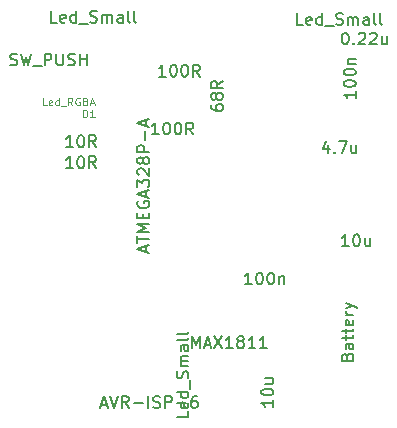
<source format=gbr>
G04 #@! TF.FileFunction,Other,Fab,Top*
%FSLAX46Y46*%
G04 Gerber Fmt 4.6, Leading zero omitted, Abs format (unit mm)*
G04 Created by KiCad (PCBNEW 4.0.1-stable) date Monday, February 15, 2016 'PMt' 09:43:10 PM*
%MOMM*%
G01*
G04 APERTURE LIST*
%ADD10C,0.100000*%
%ADD11C,0.150000*%
G04 APERTURE END LIST*
D10*
D11*
X137406071Y-98273929D02*
X137453690Y-98131072D01*
X137501310Y-98083453D01*
X137596548Y-98035834D01*
X137739405Y-98035834D01*
X137834643Y-98083453D01*
X137882262Y-98131072D01*
X137929881Y-98226310D01*
X137929881Y-98607263D01*
X136929881Y-98607263D01*
X136929881Y-98273929D01*
X136977500Y-98178691D01*
X137025119Y-98131072D01*
X137120357Y-98083453D01*
X137215595Y-98083453D01*
X137310833Y-98131072D01*
X137358452Y-98178691D01*
X137406071Y-98273929D01*
X137406071Y-98607263D01*
X137929881Y-97178691D02*
X137406071Y-97178691D01*
X137310833Y-97226310D01*
X137263214Y-97321548D01*
X137263214Y-97512025D01*
X137310833Y-97607263D01*
X137882262Y-97178691D02*
X137929881Y-97273929D01*
X137929881Y-97512025D01*
X137882262Y-97607263D01*
X137787024Y-97654882D01*
X137691786Y-97654882D01*
X137596548Y-97607263D01*
X137548929Y-97512025D01*
X137548929Y-97273929D01*
X137501310Y-97178691D01*
X137263214Y-96845358D02*
X137263214Y-96464406D01*
X136929881Y-96702501D02*
X137787024Y-96702501D01*
X137882262Y-96654882D01*
X137929881Y-96559644D01*
X137929881Y-96464406D01*
X137263214Y-96273929D02*
X137263214Y-95892977D01*
X136929881Y-96131072D02*
X137787024Y-96131072D01*
X137882262Y-96083453D01*
X137929881Y-95988215D01*
X137929881Y-95892977D01*
X137882262Y-95178690D02*
X137929881Y-95273928D01*
X137929881Y-95464405D01*
X137882262Y-95559643D01*
X137787024Y-95607262D01*
X137406071Y-95607262D01*
X137310833Y-95559643D01*
X137263214Y-95464405D01*
X137263214Y-95273928D01*
X137310833Y-95178690D01*
X137406071Y-95131071D01*
X137501310Y-95131071D01*
X137596548Y-95607262D01*
X137929881Y-94702500D02*
X137263214Y-94702500D01*
X137453690Y-94702500D02*
X137358452Y-94654881D01*
X137310833Y-94607262D01*
X137263214Y-94512024D01*
X137263214Y-94416785D01*
X137263214Y-94178690D02*
X137929881Y-93940595D01*
X137263214Y-93702499D02*
X137929881Y-93940595D01*
X138167976Y-94035833D01*
X138215595Y-94083452D01*
X138263214Y-94178690D01*
X124238143Y-97543881D02*
X124238143Y-96543881D01*
X124571477Y-97258167D01*
X124904810Y-96543881D01*
X124904810Y-97543881D01*
X125333381Y-97258167D02*
X125809572Y-97258167D01*
X125238143Y-97543881D02*
X125571476Y-96543881D01*
X125904810Y-97543881D01*
X126142905Y-96543881D02*
X126809572Y-97543881D01*
X126809572Y-96543881D02*
X126142905Y-97543881D01*
X127714334Y-97543881D02*
X127142905Y-97543881D01*
X127428619Y-97543881D02*
X127428619Y-96543881D01*
X127333381Y-96686738D01*
X127238143Y-96781976D01*
X127142905Y-96829595D01*
X128285762Y-96972452D02*
X128190524Y-96924833D01*
X128142905Y-96877214D01*
X128095286Y-96781976D01*
X128095286Y-96734357D01*
X128142905Y-96639119D01*
X128190524Y-96591500D01*
X128285762Y-96543881D01*
X128476239Y-96543881D01*
X128571477Y-96591500D01*
X128619096Y-96639119D01*
X128666715Y-96734357D01*
X128666715Y-96781976D01*
X128619096Y-96877214D01*
X128571477Y-96924833D01*
X128476239Y-96972452D01*
X128285762Y-96972452D01*
X128190524Y-97020071D01*
X128142905Y-97067690D01*
X128095286Y-97162929D01*
X128095286Y-97353405D01*
X128142905Y-97448643D01*
X128190524Y-97496262D01*
X128285762Y-97543881D01*
X128476239Y-97543881D01*
X128571477Y-97496262D01*
X128619096Y-97448643D01*
X128666715Y-97353405D01*
X128666715Y-97162929D01*
X128619096Y-97067690D01*
X128571477Y-97020071D01*
X128476239Y-96972452D01*
X129619096Y-97543881D02*
X129047667Y-97543881D01*
X129333381Y-97543881D02*
X129333381Y-96543881D01*
X129238143Y-96686738D01*
X129142905Y-96781976D01*
X129047667Y-96829595D01*
X130571477Y-97543881D02*
X130000048Y-97543881D01*
X130285762Y-97543881D02*
X130285762Y-96543881D01*
X130190524Y-96686738D01*
X130095286Y-96781976D01*
X130000048Y-96829595D01*
X120354667Y-89367619D02*
X120354667Y-88891428D01*
X120640381Y-89462857D02*
X119640381Y-89129524D01*
X120640381Y-88796190D01*
X119640381Y-88605714D02*
X119640381Y-88034285D01*
X120640381Y-88320000D02*
X119640381Y-88320000D01*
X120640381Y-87700952D02*
X119640381Y-87700952D01*
X120354667Y-87367618D01*
X119640381Y-87034285D01*
X120640381Y-87034285D01*
X120116571Y-86558095D02*
X120116571Y-86224761D01*
X120640381Y-86081904D02*
X120640381Y-86558095D01*
X119640381Y-86558095D01*
X119640381Y-86081904D01*
X119688000Y-85129523D02*
X119640381Y-85224761D01*
X119640381Y-85367618D01*
X119688000Y-85510476D01*
X119783238Y-85605714D01*
X119878476Y-85653333D01*
X120068952Y-85700952D01*
X120211810Y-85700952D01*
X120402286Y-85653333D01*
X120497524Y-85605714D01*
X120592762Y-85510476D01*
X120640381Y-85367618D01*
X120640381Y-85272380D01*
X120592762Y-85129523D01*
X120545143Y-85081904D01*
X120211810Y-85081904D01*
X120211810Y-85272380D01*
X120354667Y-84700952D02*
X120354667Y-84224761D01*
X120640381Y-84796190D02*
X119640381Y-84462857D01*
X120640381Y-84129523D01*
X119640381Y-83891428D02*
X119640381Y-83272380D01*
X120021333Y-83605714D01*
X120021333Y-83462856D01*
X120068952Y-83367618D01*
X120116571Y-83319999D01*
X120211810Y-83272380D01*
X120449905Y-83272380D01*
X120545143Y-83319999D01*
X120592762Y-83367618D01*
X120640381Y-83462856D01*
X120640381Y-83748571D01*
X120592762Y-83843809D01*
X120545143Y-83891428D01*
X119735619Y-82891428D02*
X119688000Y-82843809D01*
X119640381Y-82748571D01*
X119640381Y-82510475D01*
X119688000Y-82415237D01*
X119735619Y-82367618D01*
X119830857Y-82319999D01*
X119926095Y-82319999D01*
X120068952Y-82367618D01*
X120640381Y-82939047D01*
X120640381Y-82319999D01*
X120068952Y-81748571D02*
X120021333Y-81843809D01*
X119973714Y-81891428D01*
X119878476Y-81939047D01*
X119830857Y-81939047D01*
X119735619Y-81891428D01*
X119688000Y-81843809D01*
X119640381Y-81748571D01*
X119640381Y-81558094D01*
X119688000Y-81462856D01*
X119735619Y-81415237D01*
X119830857Y-81367618D01*
X119878476Y-81367618D01*
X119973714Y-81415237D01*
X120021333Y-81462856D01*
X120068952Y-81558094D01*
X120068952Y-81748571D01*
X120116571Y-81843809D01*
X120164190Y-81891428D01*
X120259429Y-81939047D01*
X120449905Y-81939047D01*
X120545143Y-81891428D01*
X120592762Y-81843809D01*
X120640381Y-81748571D01*
X120640381Y-81558094D01*
X120592762Y-81462856D01*
X120545143Y-81415237D01*
X120449905Y-81367618D01*
X120259429Y-81367618D01*
X120164190Y-81415237D01*
X120116571Y-81462856D01*
X120068952Y-81558094D01*
X120640381Y-80939047D02*
X119640381Y-80939047D01*
X119640381Y-80558094D01*
X119688000Y-80462856D01*
X119735619Y-80415237D01*
X119830857Y-80367618D01*
X119973714Y-80367618D01*
X120068952Y-80415237D01*
X120116571Y-80462856D01*
X120164190Y-80558094D01*
X120164190Y-80939047D01*
X120259429Y-79939047D02*
X120259429Y-79177142D01*
X120354667Y-78748571D02*
X120354667Y-78272380D01*
X120640381Y-78843809D02*
X119640381Y-78510476D01*
X120640381Y-78177142D01*
X122023334Y-74556881D02*
X121451905Y-74556881D01*
X121737619Y-74556881D02*
X121737619Y-73556881D01*
X121642381Y-73699738D01*
X121547143Y-73794976D01*
X121451905Y-73842595D01*
X122642381Y-73556881D02*
X122737620Y-73556881D01*
X122832858Y-73604500D01*
X122880477Y-73652119D01*
X122928096Y-73747357D01*
X122975715Y-73937833D01*
X122975715Y-74175929D01*
X122928096Y-74366405D01*
X122880477Y-74461643D01*
X122832858Y-74509262D01*
X122737620Y-74556881D01*
X122642381Y-74556881D01*
X122547143Y-74509262D01*
X122499524Y-74461643D01*
X122451905Y-74366405D01*
X122404286Y-74175929D01*
X122404286Y-73937833D01*
X122451905Y-73747357D01*
X122499524Y-73652119D01*
X122547143Y-73604500D01*
X122642381Y-73556881D01*
X123594762Y-73556881D02*
X123690001Y-73556881D01*
X123785239Y-73604500D01*
X123832858Y-73652119D01*
X123880477Y-73747357D01*
X123928096Y-73937833D01*
X123928096Y-74175929D01*
X123880477Y-74366405D01*
X123832858Y-74461643D01*
X123785239Y-74509262D01*
X123690001Y-74556881D01*
X123594762Y-74556881D01*
X123499524Y-74509262D01*
X123451905Y-74461643D01*
X123404286Y-74366405D01*
X123356667Y-74175929D01*
X123356667Y-73937833D01*
X123404286Y-73747357D01*
X123451905Y-73652119D01*
X123499524Y-73604500D01*
X123594762Y-73556881D01*
X124928096Y-74556881D02*
X124594762Y-74080690D01*
X124356667Y-74556881D02*
X124356667Y-73556881D01*
X124737620Y-73556881D01*
X124832858Y-73604500D01*
X124880477Y-73652119D01*
X124928096Y-73747357D01*
X124928096Y-73890214D01*
X124880477Y-73985452D01*
X124832858Y-74033071D01*
X124737620Y-74080690D01*
X124356667Y-74080690D01*
X121451834Y-79446381D02*
X120880405Y-79446381D01*
X121166119Y-79446381D02*
X121166119Y-78446381D01*
X121070881Y-78589238D01*
X120975643Y-78684476D01*
X120880405Y-78732095D01*
X122070881Y-78446381D02*
X122166120Y-78446381D01*
X122261358Y-78494000D01*
X122308977Y-78541619D01*
X122356596Y-78636857D01*
X122404215Y-78827333D01*
X122404215Y-79065429D01*
X122356596Y-79255905D01*
X122308977Y-79351143D01*
X122261358Y-79398762D01*
X122166120Y-79446381D01*
X122070881Y-79446381D01*
X121975643Y-79398762D01*
X121928024Y-79351143D01*
X121880405Y-79255905D01*
X121832786Y-79065429D01*
X121832786Y-78827333D01*
X121880405Y-78636857D01*
X121928024Y-78541619D01*
X121975643Y-78494000D01*
X122070881Y-78446381D01*
X123023262Y-78446381D02*
X123118501Y-78446381D01*
X123213739Y-78494000D01*
X123261358Y-78541619D01*
X123308977Y-78636857D01*
X123356596Y-78827333D01*
X123356596Y-79065429D01*
X123308977Y-79255905D01*
X123261358Y-79351143D01*
X123213739Y-79398762D01*
X123118501Y-79446381D01*
X123023262Y-79446381D01*
X122928024Y-79398762D01*
X122880405Y-79351143D01*
X122832786Y-79255905D01*
X122785167Y-79065429D01*
X122785167Y-78827333D01*
X122832786Y-78636857D01*
X122880405Y-78541619D01*
X122928024Y-78494000D01*
X123023262Y-78446381D01*
X124356596Y-79446381D02*
X124023262Y-78970190D01*
X123785167Y-79446381D02*
X123785167Y-78446381D01*
X124166120Y-78446381D01*
X124261358Y-78494000D01*
X124308977Y-78541619D01*
X124356596Y-78636857D01*
X124356596Y-78779714D01*
X124308977Y-78874952D01*
X124261358Y-78922571D01*
X124166120Y-78970190D01*
X123785167Y-78970190D01*
X108879095Y-73556762D02*
X109021952Y-73604381D01*
X109260048Y-73604381D01*
X109355286Y-73556762D01*
X109402905Y-73509143D01*
X109450524Y-73413905D01*
X109450524Y-73318667D01*
X109402905Y-73223429D01*
X109355286Y-73175810D01*
X109260048Y-73128190D01*
X109069571Y-73080571D01*
X108974333Y-73032952D01*
X108926714Y-72985333D01*
X108879095Y-72890095D01*
X108879095Y-72794857D01*
X108926714Y-72699619D01*
X108974333Y-72652000D01*
X109069571Y-72604381D01*
X109307667Y-72604381D01*
X109450524Y-72652000D01*
X109783857Y-72604381D02*
X110021952Y-73604381D01*
X110212429Y-72890095D01*
X110402905Y-73604381D01*
X110641000Y-72604381D01*
X110783857Y-73699619D02*
X111545762Y-73699619D01*
X111783857Y-73604381D02*
X111783857Y-72604381D01*
X112164810Y-72604381D01*
X112260048Y-72652000D01*
X112307667Y-72699619D01*
X112355286Y-72794857D01*
X112355286Y-72937714D01*
X112307667Y-73032952D01*
X112260048Y-73080571D01*
X112164810Y-73128190D01*
X111783857Y-73128190D01*
X112783857Y-72604381D02*
X112783857Y-73413905D01*
X112831476Y-73509143D01*
X112879095Y-73556762D01*
X112974333Y-73604381D01*
X113164810Y-73604381D01*
X113260048Y-73556762D01*
X113307667Y-73509143D01*
X113355286Y-73413905D01*
X113355286Y-72604381D01*
X113783857Y-73556762D02*
X113926714Y-73604381D01*
X114164810Y-73604381D01*
X114260048Y-73556762D01*
X114307667Y-73509143D01*
X114355286Y-73413905D01*
X114355286Y-73318667D01*
X114307667Y-73223429D01*
X114260048Y-73175810D01*
X114164810Y-73128190D01*
X113974333Y-73080571D01*
X113879095Y-73032952D01*
X113831476Y-72985333D01*
X113783857Y-72890095D01*
X113783857Y-72794857D01*
X113831476Y-72699619D01*
X113879095Y-72652000D01*
X113974333Y-72604381D01*
X114212429Y-72604381D01*
X114355286Y-72652000D01*
X114783857Y-73604381D02*
X114783857Y-72604381D01*
X114783857Y-73080571D02*
X115355286Y-73080571D01*
X115355286Y-73604381D02*
X115355286Y-72604381D01*
D10*
X115037809Y-78011262D02*
X115037809Y-77376262D01*
X115189000Y-77376262D01*
X115279714Y-77406500D01*
X115340190Y-77466976D01*
X115370429Y-77527452D01*
X115400667Y-77648405D01*
X115400667Y-77739119D01*
X115370429Y-77860071D01*
X115340190Y-77920548D01*
X115279714Y-77981024D01*
X115189000Y-78011262D01*
X115037809Y-78011262D01*
X116005429Y-78011262D02*
X115642571Y-78011262D01*
X115824000Y-78011262D02*
X115824000Y-77376262D01*
X115763524Y-77466976D01*
X115703048Y-77527452D01*
X115642571Y-77557690D01*
X111962594Y-76995262D02*
X111660213Y-76995262D01*
X111660213Y-76360262D01*
X112416166Y-76965024D02*
X112355690Y-76995262D01*
X112234738Y-76995262D01*
X112174261Y-76965024D01*
X112144023Y-76904548D01*
X112144023Y-76662643D01*
X112174261Y-76602167D01*
X112234738Y-76571929D01*
X112355690Y-76571929D01*
X112416166Y-76602167D01*
X112446404Y-76662643D01*
X112446404Y-76723119D01*
X112144023Y-76783595D01*
X112990690Y-76995262D02*
X112990690Y-76360262D01*
X112990690Y-76965024D02*
X112930214Y-76995262D01*
X112809262Y-76995262D01*
X112748786Y-76965024D01*
X112718547Y-76934786D01*
X112688309Y-76874310D01*
X112688309Y-76692881D01*
X112718547Y-76632405D01*
X112748786Y-76602167D01*
X112809262Y-76571929D01*
X112930214Y-76571929D01*
X112990690Y-76602167D01*
X113141881Y-77055738D02*
X113625691Y-77055738D01*
X114139739Y-76995262D02*
X113928072Y-76692881D01*
X113776881Y-76995262D02*
X113776881Y-76360262D01*
X114018786Y-76360262D01*
X114079262Y-76390500D01*
X114109501Y-76420738D01*
X114139739Y-76481214D01*
X114139739Y-76571929D01*
X114109501Y-76632405D01*
X114079262Y-76662643D01*
X114018786Y-76692881D01*
X113776881Y-76692881D01*
X114744501Y-76390500D02*
X114684024Y-76360262D01*
X114593310Y-76360262D01*
X114502596Y-76390500D01*
X114442120Y-76450976D01*
X114411881Y-76511452D01*
X114381643Y-76632405D01*
X114381643Y-76723119D01*
X114411881Y-76844071D01*
X114442120Y-76904548D01*
X114502596Y-76965024D01*
X114593310Y-76995262D01*
X114653786Y-76995262D01*
X114744501Y-76965024D01*
X114774739Y-76934786D01*
X114774739Y-76723119D01*
X114653786Y-76723119D01*
X115258548Y-76662643D02*
X115349262Y-76692881D01*
X115379501Y-76723119D01*
X115409739Y-76783595D01*
X115409739Y-76874310D01*
X115379501Y-76934786D01*
X115349262Y-76965024D01*
X115288786Y-76995262D01*
X115046881Y-76995262D01*
X115046881Y-76360262D01*
X115258548Y-76360262D01*
X115319024Y-76390500D01*
X115349262Y-76420738D01*
X115379501Y-76481214D01*
X115379501Y-76541690D01*
X115349262Y-76602167D01*
X115319024Y-76632405D01*
X115258548Y-76662643D01*
X115046881Y-76662643D01*
X115651643Y-76813833D02*
X115954024Y-76813833D01*
X115591167Y-76995262D02*
X115802834Y-76360262D01*
X116014501Y-76995262D01*
D11*
X125880881Y-76985714D02*
X125880881Y-77176191D01*
X125928500Y-77271429D01*
X125976119Y-77319048D01*
X126118976Y-77414286D01*
X126309452Y-77461905D01*
X126690405Y-77461905D01*
X126785643Y-77414286D01*
X126833262Y-77366667D01*
X126880881Y-77271429D01*
X126880881Y-77080952D01*
X126833262Y-76985714D01*
X126785643Y-76938095D01*
X126690405Y-76890476D01*
X126452310Y-76890476D01*
X126357071Y-76938095D01*
X126309452Y-76985714D01*
X126261833Y-77080952D01*
X126261833Y-77271429D01*
X126309452Y-77366667D01*
X126357071Y-77414286D01*
X126452310Y-77461905D01*
X126309452Y-76319048D02*
X126261833Y-76414286D01*
X126214214Y-76461905D01*
X126118976Y-76509524D01*
X126071357Y-76509524D01*
X125976119Y-76461905D01*
X125928500Y-76414286D01*
X125880881Y-76319048D01*
X125880881Y-76128571D01*
X125928500Y-76033333D01*
X125976119Y-75985714D01*
X126071357Y-75938095D01*
X126118976Y-75938095D01*
X126214214Y-75985714D01*
X126261833Y-76033333D01*
X126309452Y-76128571D01*
X126309452Y-76319048D01*
X126357071Y-76414286D01*
X126404690Y-76461905D01*
X126499929Y-76509524D01*
X126690405Y-76509524D01*
X126785643Y-76461905D01*
X126833262Y-76414286D01*
X126880881Y-76319048D01*
X126880881Y-76128571D01*
X126833262Y-76033333D01*
X126785643Y-75985714D01*
X126690405Y-75938095D01*
X126499929Y-75938095D01*
X126404690Y-75985714D01*
X126357071Y-76033333D01*
X126309452Y-76128571D01*
X126880881Y-74938095D02*
X126404690Y-75271429D01*
X126880881Y-75509524D02*
X125880881Y-75509524D01*
X125880881Y-75128571D01*
X125928500Y-75033333D01*
X125976119Y-74985714D01*
X126071357Y-74938095D01*
X126214214Y-74938095D01*
X126309452Y-74985714D01*
X126357071Y-75033333D01*
X126404690Y-75128571D01*
X126404690Y-75509524D01*
X114181024Y-80525881D02*
X113609595Y-80525881D01*
X113895309Y-80525881D02*
X113895309Y-79525881D01*
X113800071Y-79668738D01*
X113704833Y-79763976D01*
X113609595Y-79811595D01*
X114800071Y-79525881D02*
X114895310Y-79525881D01*
X114990548Y-79573500D01*
X115038167Y-79621119D01*
X115085786Y-79716357D01*
X115133405Y-79906833D01*
X115133405Y-80144929D01*
X115085786Y-80335405D01*
X115038167Y-80430643D01*
X114990548Y-80478262D01*
X114895310Y-80525881D01*
X114800071Y-80525881D01*
X114704833Y-80478262D01*
X114657214Y-80430643D01*
X114609595Y-80335405D01*
X114561976Y-80144929D01*
X114561976Y-79906833D01*
X114609595Y-79716357D01*
X114657214Y-79621119D01*
X114704833Y-79573500D01*
X114800071Y-79525881D01*
X116133405Y-80525881D02*
X115800071Y-80049690D01*
X115561976Y-80525881D02*
X115561976Y-79525881D01*
X115942929Y-79525881D01*
X116038167Y-79573500D01*
X116085786Y-79621119D01*
X116133405Y-79716357D01*
X116133405Y-79859214D01*
X116085786Y-79954452D01*
X116038167Y-80002071D01*
X115942929Y-80049690D01*
X115561976Y-80049690D01*
X114181024Y-82303881D02*
X113609595Y-82303881D01*
X113895309Y-82303881D02*
X113895309Y-81303881D01*
X113800071Y-81446738D01*
X113704833Y-81541976D01*
X113609595Y-81589595D01*
X114800071Y-81303881D02*
X114895310Y-81303881D01*
X114990548Y-81351500D01*
X115038167Y-81399119D01*
X115085786Y-81494357D01*
X115133405Y-81684833D01*
X115133405Y-81922929D01*
X115085786Y-82113405D01*
X115038167Y-82208643D01*
X114990548Y-82256262D01*
X114895310Y-82303881D01*
X114800071Y-82303881D01*
X114704833Y-82256262D01*
X114657214Y-82208643D01*
X114609595Y-82113405D01*
X114561976Y-81922929D01*
X114561976Y-81684833D01*
X114609595Y-81494357D01*
X114657214Y-81399119D01*
X114704833Y-81351500D01*
X114800071Y-81303881D01*
X116133405Y-82303881D02*
X115800071Y-81827690D01*
X115561976Y-82303881D02*
X115561976Y-81303881D01*
X115942929Y-81303881D01*
X116038167Y-81351500D01*
X116085786Y-81399119D01*
X116133405Y-81494357D01*
X116133405Y-81637214D01*
X116085786Y-81732452D01*
X116038167Y-81780071D01*
X115942929Y-81827690D01*
X115561976Y-81827690D01*
X123959881Y-102893429D02*
X123959881Y-103369620D01*
X122959881Y-103369620D01*
X123912262Y-102179143D02*
X123959881Y-102274381D01*
X123959881Y-102464858D01*
X123912262Y-102560096D01*
X123817024Y-102607715D01*
X123436071Y-102607715D01*
X123340833Y-102560096D01*
X123293214Y-102464858D01*
X123293214Y-102274381D01*
X123340833Y-102179143D01*
X123436071Y-102131524D01*
X123531310Y-102131524D01*
X123626548Y-102607715D01*
X123959881Y-101274381D02*
X122959881Y-101274381D01*
X123912262Y-101274381D02*
X123959881Y-101369619D01*
X123959881Y-101560096D01*
X123912262Y-101655334D01*
X123864643Y-101702953D01*
X123769405Y-101750572D01*
X123483690Y-101750572D01*
X123388452Y-101702953D01*
X123340833Y-101655334D01*
X123293214Y-101560096D01*
X123293214Y-101369619D01*
X123340833Y-101274381D01*
X124055119Y-101036286D02*
X124055119Y-100274381D01*
X123912262Y-100083905D02*
X123959881Y-99941048D01*
X123959881Y-99702952D01*
X123912262Y-99607714D01*
X123864643Y-99560095D01*
X123769405Y-99512476D01*
X123674167Y-99512476D01*
X123578929Y-99560095D01*
X123531310Y-99607714D01*
X123483690Y-99702952D01*
X123436071Y-99893429D01*
X123388452Y-99988667D01*
X123340833Y-100036286D01*
X123245595Y-100083905D01*
X123150357Y-100083905D01*
X123055119Y-100036286D01*
X123007500Y-99988667D01*
X122959881Y-99893429D01*
X122959881Y-99655333D01*
X123007500Y-99512476D01*
X123959881Y-99083905D02*
X123293214Y-99083905D01*
X123388452Y-99083905D02*
X123340833Y-99036286D01*
X123293214Y-98941048D01*
X123293214Y-98798190D01*
X123340833Y-98702952D01*
X123436071Y-98655333D01*
X123959881Y-98655333D01*
X123436071Y-98655333D02*
X123340833Y-98607714D01*
X123293214Y-98512476D01*
X123293214Y-98369619D01*
X123340833Y-98274381D01*
X123436071Y-98226762D01*
X123959881Y-98226762D01*
X123959881Y-97322000D02*
X123436071Y-97322000D01*
X123340833Y-97369619D01*
X123293214Y-97464857D01*
X123293214Y-97655334D01*
X123340833Y-97750572D01*
X123912262Y-97322000D02*
X123959881Y-97417238D01*
X123959881Y-97655334D01*
X123912262Y-97750572D01*
X123817024Y-97798191D01*
X123721786Y-97798191D01*
X123626548Y-97750572D01*
X123578929Y-97655334D01*
X123578929Y-97417238D01*
X123531310Y-97322000D01*
X123959881Y-96702953D02*
X123912262Y-96798191D01*
X123817024Y-96845810D01*
X122959881Y-96845810D01*
X123959881Y-96179143D02*
X123912262Y-96274381D01*
X123817024Y-96322000D01*
X122959881Y-96322000D01*
X116554762Y-102326667D02*
X117030953Y-102326667D01*
X116459524Y-102612381D02*
X116792857Y-101612381D01*
X117126191Y-102612381D01*
X117316667Y-101612381D02*
X117650000Y-102612381D01*
X117983334Y-101612381D01*
X118888096Y-102612381D02*
X118554762Y-102136190D01*
X118316667Y-102612381D02*
X118316667Y-101612381D01*
X118697620Y-101612381D01*
X118792858Y-101660000D01*
X118840477Y-101707619D01*
X118888096Y-101802857D01*
X118888096Y-101945714D01*
X118840477Y-102040952D01*
X118792858Y-102088571D01*
X118697620Y-102136190D01*
X118316667Y-102136190D01*
X119316667Y-102231429D02*
X120078572Y-102231429D01*
X120554762Y-102612381D02*
X120554762Y-101612381D01*
X120983333Y-102564762D02*
X121126190Y-102612381D01*
X121364286Y-102612381D01*
X121459524Y-102564762D01*
X121507143Y-102517143D01*
X121554762Y-102421905D01*
X121554762Y-102326667D01*
X121507143Y-102231429D01*
X121459524Y-102183810D01*
X121364286Y-102136190D01*
X121173809Y-102088571D01*
X121078571Y-102040952D01*
X121030952Y-101993333D01*
X120983333Y-101898095D01*
X120983333Y-101802857D01*
X121030952Y-101707619D01*
X121078571Y-101660000D01*
X121173809Y-101612381D01*
X121411905Y-101612381D01*
X121554762Y-101660000D01*
X121983333Y-102612381D02*
X121983333Y-101612381D01*
X122364286Y-101612381D01*
X122459524Y-101660000D01*
X122507143Y-101707619D01*
X122554762Y-101802857D01*
X122554762Y-101945714D01*
X122507143Y-102040952D01*
X122459524Y-102088571D01*
X122364286Y-102136190D01*
X121983333Y-102136190D01*
X122983333Y-102231429D02*
X123745238Y-102231429D01*
X124650000Y-101612381D02*
X124459523Y-101612381D01*
X124364285Y-101660000D01*
X124316666Y-101707619D01*
X124221428Y-101850476D01*
X124173809Y-102040952D01*
X124173809Y-102421905D01*
X124221428Y-102517143D01*
X124269047Y-102564762D01*
X124364285Y-102612381D01*
X124554762Y-102612381D01*
X124650000Y-102564762D01*
X124697619Y-102517143D01*
X124745238Y-102421905D01*
X124745238Y-102183810D01*
X124697619Y-102088571D01*
X124650000Y-102040952D01*
X124554762Y-101993333D01*
X124364285Y-101993333D01*
X124269047Y-102040952D01*
X124221428Y-102088571D01*
X124173809Y-102183810D01*
X137533143Y-88907881D02*
X136961714Y-88907881D01*
X137247428Y-88907881D02*
X137247428Y-87907881D01*
X137152190Y-88050738D01*
X137056952Y-88145976D01*
X136961714Y-88193595D01*
X138152190Y-87907881D02*
X138247429Y-87907881D01*
X138342667Y-87955500D01*
X138390286Y-88003119D01*
X138437905Y-88098357D01*
X138485524Y-88288833D01*
X138485524Y-88526929D01*
X138437905Y-88717405D01*
X138390286Y-88812643D01*
X138342667Y-88860262D01*
X138247429Y-88907881D01*
X138152190Y-88907881D01*
X138056952Y-88860262D01*
X138009333Y-88812643D01*
X137961714Y-88717405D01*
X137914095Y-88526929D01*
X137914095Y-88288833D01*
X137961714Y-88098357D01*
X138009333Y-88003119D01*
X138056952Y-87955500D01*
X138152190Y-87907881D01*
X139342667Y-88241214D02*
X139342667Y-88907881D01*
X138914095Y-88241214D02*
X138914095Y-88765024D01*
X138961714Y-88860262D01*
X139056952Y-88907881D01*
X139199810Y-88907881D01*
X139295048Y-88860262D01*
X139342667Y-88812643D01*
X129309953Y-92146381D02*
X128738524Y-92146381D01*
X129024238Y-92146381D02*
X129024238Y-91146381D01*
X128929000Y-91289238D01*
X128833762Y-91384476D01*
X128738524Y-91432095D01*
X129929000Y-91146381D02*
X130024239Y-91146381D01*
X130119477Y-91194000D01*
X130167096Y-91241619D01*
X130214715Y-91336857D01*
X130262334Y-91527333D01*
X130262334Y-91765429D01*
X130214715Y-91955905D01*
X130167096Y-92051143D01*
X130119477Y-92098762D01*
X130024239Y-92146381D01*
X129929000Y-92146381D01*
X129833762Y-92098762D01*
X129786143Y-92051143D01*
X129738524Y-91955905D01*
X129690905Y-91765429D01*
X129690905Y-91527333D01*
X129738524Y-91336857D01*
X129786143Y-91241619D01*
X129833762Y-91194000D01*
X129929000Y-91146381D01*
X130881381Y-91146381D02*
X130976620Y-91146381D01*
X131071858Y-91194000D01*
X131119477Y-91241619D01*
X131167096Y-91336857D01*
X131214715Y-91527333D01*
X131214715Y-91765429D01*
X131167096Y-91955905D01*
X131119477Y-92051143D01*
X131071858Y-92098762D01*
X130976620Y-92146381D01*
X130881381Y-92146381D01*
X130786143Y-92098762D01*
X130738524Y-92051143D01*
X130690905Y-91955905D01*
X130643286Y-91765429D01*
X130643286Y-91527333D01*
X130690905Y-91336857D01*
X130738524Y-91241619D01*
X130786143Y-91194000D01*
X130881381Y-91146381D01*
X131643286Y-91479714D02*
X131643286Y-92146381D01*
X131643286Y-91574952D02*
X131690905Y-91527333D01*
X131786143Y-91479714D01*
X131929001Y-91479714D01*
X132024239Y-91527333D01*
X132071858Y-91622571D01*
X132071858Y-92146381D01*
X135802810Y-80367214D02*
X135802810Y-81033881D01*
X135564714Y-79986262D02*
X135326619Y-80700548D01*
X135945667Y-80700548D01*
X136326619Y-80938643D02*
X136374238Y-80986262D01*
X136326619Y-81033881D01*
X136279000Y-80986262D01*
X136326619Y-80938643D01*
X136326619Y-81033881D01*
X136707571Y-80033881D02*
X137374238Y-80033881D01*
X136945666Y-81033881D01*
X138183762Y-80367214D02*
X138183762Y-81033881D01*
X137755190Y-80367214D02*
X137755190Y-80891024D01*
X137802809Y-80986262D01*
X137898047Y-81033881D01*
X138040905Y-81033881D01*
X138136143Y-80986262D01*
X138183762Y-80938643D01*
X137184024Y-70826381D02*
X137279263Y-70826381D01*
X137374501Y-70874000D01*
X137422120Y-70921619D01*
X137469739Y-71016857D01*
X137517358Y-71207333D01*
X137517358Y-71445429D01*
X137469739Y-71635905D01*
X137422120Y-71731143D01*
X137374501Y-71778762D01*
X137279263Y-71826381D01*
X137184024Y-71826381D01*
X137088786Y-71778762D01*
X137041167Y-71731143D01*
X136993548Y-71635905D01*
X136945929Y-71445429D01*
X136945929Y-71207333D01*
X136993548Y-71016857D01*
X137041167Y-70921619D01*
X137088786Y-70874000D01*
X137184024Y-70826381D01*
X137945929Y-71731143D02*
X137993548Y-71778762D01*
X137945929Y-71826381D01*
X137898310Y-71778762D01*
X137945929Y-71731143D01*
X137945929Y-71826381D01*
X138374500Y-70921619D02*
X138422119Y-70874000D01*
X138517357Y-70826381D01*
X138755453Y-70826381D01*
X138850691Y-70874000D01*
X138898310Y-70921619D01*
X138945929Y-71016857D01*
X138945929Y-71112095D01*
X138898310Y-71254952D01*
X138326881Y-71826381D01*
X138945929Y-71826381D01*
X139326881Y-70921619D02*
X139374500Y-70874000D01*
X139469738Y-70826381D01*
X139707834Y-70826381D01*
X139803072Y-70874000D01*
X139850691Y-70921619D01*
X139898310Y-71016857D01*
X139898310Y-71112095D01*
X139850691Y-71254952D01*
X139279262Y-71826381D01*
X139898310Y-71826381D01*
X140755453Y-71159714D02*
X140755453Y-71826381D01*
X140326881Y-71159714D02*
X140326881Y-71683524D01*
X140374500Y-71778762D01*
X140469738Y-71826381D01*
X140612596Y-71826381D01*
X140707834Y-71778762D01*
X140755453Y-71731143D01*
X138120381Y-75795047D02*
X138120381Y-76366476D01*
X138120381Y-76080762D02*
X137120381Y-76080762D01*
X137263238Y-76176000D01*
X137358476Y-76271238D01*
X137406095Y-76366476D01*
X137120381Y-75176000D02*
X137120381Y-75080761D01*
X137168000Y-74985523D01*
X137215619Y-74937904D01*
X137310857Y-74890285D01*
X137501333Y-74842666D01*
X137739429Y-74842666D01*
X137929905Y-74890285D01*
X138025143Y-74937904D01*
X138072762Y-74985523D01*
X138120381Y-75080761D01*
X138120381Y-75176000D01*
X138072762Y-75271238D01*
X138025143Y-75318857D01*
X137929905Y-75366476D01*
X137739429Y-75414095D01*
X137501333Y-75414095D01*
X137310857Y-75366476D01*
X137215619Y-75318857D01*
X137168000Y-75271238D01*
X137120381Y-75176000D01*
X137120381Y-74223619D02*
X137120381Y-74128380D01*
X137168000Y-74033142D01*
X137215619Y-73985523D01*
X137310857Y-73937904D01*
X137501333Y-73890285D01*
X137739429Y-73890285D01*
X137929905Y-73937904D01*
X138025143Y-73985523D01*
X138072762Y-74033142D01*
X138120381Y-74128380D01*
X138120381Y-74223619D01*
X138072762Y-74318857D01*
X138025143Y-74366476D01*
X137929905Y-74414095D01*
X137739429Y-74461714D01*
X137501333Y-74461714D01*
X137310857Y-74414095D01*
X137215619Y-74366476D01*
X137168000Y-74318857D01*
X137120381Y-74223619D01*
X137453714Y-73461714D02*
X138120381Y-73461714D01*
X137548952Y-73461714D02*
X137501333Y-73414095D01*
X137453714Y-73318857D01*
X137453714Y-73175999D01*
X137501333Y-73080761D01*
X137596571Y-73033142D01*
X138120381Y-73033142D01*
X131135381Y-101925357D02*
X131135381Y-102496786D01*
X131135381Y-102211072D02*
X130135381Y-102211072D01*
X130278238Y-102306310D01*
X130373476Y-102401548D01*
X130421095Y-102496786D01*
X130135381Y-101306310D02*
X130135381Y-101211071D01*
X130183000Y-101115833D01*
X130230619Y-101068214D01*
X130325857Y-101020595D01*
X130516333Y-100972976D01*
X130754429Y-100972976D01*
X130944905Y-101020595D01*
X131040143Y-101068214D01*
X131087762Y-101115833D01*
X131135381Y-101211071D01*
X131135381Y-101306310D01*
X131087762Y-101401548D01*
X131040143Y-101449167D01*
X130944905Y-101496786D01*
X130754429Y-101544405D01*
X130516333Y-101544405D01*
X130325857Y-101496786D01*
X130230619Y-101449167D01*
X130183000Y-101401548D01*
X130135381Y-101306310D01*
X130468714Y-100115833D02*
X131135381Y-100115833D01*
X130468714Y-100544405D02*
X130992524Y-100544405D01*
X131087762Y-100496786D01*
X131135381Y-100401548D01*
X131135381Y-100258690D01*
X131087762Y-100163452D01*
X131040143Y-100115833D01*
X112816071Y-69984881D02*
X112339880Y-69984881D01*
X112339880Y-68984881D01*
X113530357Y-69937262D02*
X113435119Y-69984881D01*
X113244642Y-69984881D01*
X113149404Y-69937262D01*
X113101785Y-69842024D01*
X113101785Y-69461071D01*
X113149404Y-69365833D01*
X113244642Y-69318214D01*
X113435119Y-69318214D01*
X113530357Y-69365833D01*
X113577976Y-69461071D01*
X113577976Y-69556310D01*
X113101785Y-69651548D01*
X114435119Y-69984881D02*
X114435119Y-68984881D01*
X114435119Y-69937262D02*
X114339881Y-69984881D01*
X114149404Y-69984881D01*
X114054166Y-69937262D01*
X114006547Y-69889643D01*
X113958928Y-69794405D01*
X113958928Y-69508690D01*
X114006547Y-69413452D01*
X114054166Y-69365833D01*
X114149404Y-69318214D01*
X114339881Y-69318214D01*
X114435119Y-69365833D01*
X114673214Y-70080119D02*
X115435119Y-70080119D01*
X115625595Y-69937262D02*
X115768452Y-69984881D01*
X116006548Y-69984881D01*
X116101786Y-69937262D01*
X116149405Y-69889643D01*
X116197024Y-69794405D01*
X116197024Y-69699167D01*
X116149405Y-69603929D01*
X116101786Y-69556310D01*
X116006548Y-69508690D01*
X115816071Y-69461071D01*
X115720833Y-69413452D01*
X115673214Y-69365833D01*
X115625595Y-69270595D01*
X115625595Y-69175357D01*
X115673214Y-69080119D01*
X115720833Y-69032500D01*
X115816071Y-68984881D01*
X116054167Y-68984881D01*
X116197024Y-69032500D01*
X116625595Y-69984881D02*
X116625595Y-69318214D01*
X116625595Y-69413452D02*
X116673214Y-69365833D01*
X116768452Y-69318214D01*
X116911310Y-69318214D01*
X117006548Y-69365833D01*
X117054167Y-69461071D01*
X117054167Y-69984881D01*
X117054167Y-69461071D02*
X117101786Y-69365833D01*
X117197024Y-69318214D01*
X117339881Y-69318214D01*
X117435119Y-69365833D01*
X117482738Y-69461071D01*
X117482738Y-69984881D01*
X118387500Y-69984881D02*
X118387500Y-69461071D01*
X118339881Y-69365833D01*
X118244643Y-69318214D01*
X118054166Y-69318214D01*
X117958928Y-69365833D01*
X118387500Y-69937262D02*
X118292262Y-69984881D01*
X118054166Y-69984881D01*
X117958928Y-69937262D01*
X117911309Y-69842024D01*
X117911309Y-69746786D01*
X117958928Y-69651548D01*
X118054166Y-69603929D01*
X118292262Y-69603929D01*
X118387500Y-69556310D01*
X119006547Y-69984881D02*
X118911309Y-69937262D01*
X118863690Y-69842024D01*
X118863690Y-68984881D01*
X119530357Y-69984881D02*
X119435119Y-69937262D01*
X119387500Y-69842024D01*
X119387500Y-68984881D01*
X133644071Y-70175381D02*
X133167880Y-70175381D01*
X133167880Y-69175381D01*
X134358357Y-70127762D02*
X134263119Y-70175381D01*
X134072642Y-70175381D01*
X133977404Y-70127762D01*
X133929785Y-70032524D01*
X133929785Y-69651571D01*
X133977404Y-69556333D01*
X134072642Y-69508714D01*
X134263119Y-69508714D01*
X134358357Y-69556333D01*
X134405976Y-69651571D01*
X134405976Y-69746810D01*
X133929785Y-69842048D01*
X135263119Y-70175381D02*
X135263119Y-69175381D01*
X135263119Y-70127762D02*
X135167881Y-70175381D01*
X134977404Y-70175381D01*
X134882166Y-70127762D01*
X134834547Y-70080143D01*
X134786928Y-69984905D01*
X134786928Y-69699190D01*
X134834547Y-69603952D01*
X134882166Y-69556333D01*
X134977404Y-69508714D01*
X135167881Y-69508714D01*
X135263119Y-69556333D01*
X135501214Y-70270619D02*
X136263119Y-70270619D01*
X136453595Y-70127762D02*
X136596452Y-70175381D01*
X136834548Y-70175381D01*
X136929786Y-70127762D01*
X136977405Y-70080143D01*
X137025024Y-69984905D01*
X137025024Y-69889667D01*
X136977405Y-69794429D01*
X136929786Y-69746810D01*
X136834548Y-69699190D01*
X136644071Y-69651571D01*
X136548833Y-69603952D01*
X136501214Y-69556333D01*
X136453595Y-69461095D01*
X136453595Y-69365857D01*
X136501214Y-69270619D01*
X136548833Y-69223000D01*
X136644071Y-69175381D01*
X136882167Y-69175381D01*
X137025024Y-69223000D01*
X137453595Y-70175381D02*
X137453595Y-69508714D01*
X137453595Y-69603952D02*
X137501214Y-69556333D01*
X137596452Y-69508714D01*
X137739310Y-69508714D01*
X137834548Y-69556333D01*
X137882167Y-69651571D01*
X137882167Y-70175381D01*
X137882167Y-69651571D02*
X137929786Y-69556333D01*
X138025024Y-69508714D01*
X138167881Y-69508714D01*
X138263119Y-69556333D01*
X138310738Y-69651571D01*
X138310738Y-70175381D01*
X139215500Y-70175381D02*
X139215500Y-69651571D01*
X139167881Y-69556333D01*
X139072643Y-69508714D01*
X138882166Y-69508714D01*
X138786928Y-69556333D01*
X139215500Y-70127762D02*
X139120262Y-70175381D01*
X138882166Y-70175381D01*
X138786928Y-70127762D01*
X138739309Y-70032524D01*
X138739309Y-69937286D01*
X138786928Y-69842048D01*
X138882166Y-69794429D01*
X139120262Y-69794429D01*
X139215500Y-69746810D01*
X139834547Y-70175381D02*
X139739309Y-70127762D01*
X139691690Y-70032524D01*
X139691690Y-69175381D01*
X140358357Y-70175381D02*
X140263119Y-70127762D01*
X140215500Y-70032524D01*
X140215500Y-69175381D01*
M02*

</source>
